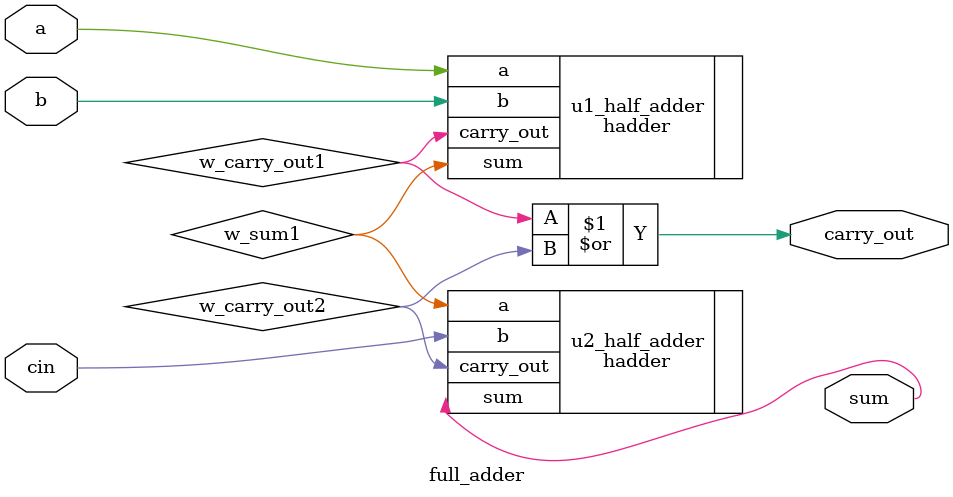
<source format=v>
`timescale 1ns / 1ps

module full_adder(a, b, cin, sum, carry_out);

    input a, b, cin;
    output sum, carry_out;

    wire w_sum1, w_sum2, w_carry_out1, w_carry_out2;

    hadder u1_half_adder(
        .a(a),
        .b(b),
        .sum(w_sum1),
        .carry_out(w_carry_out1)
    );

    hadder u2_half_adder(
        .a(w_sum1),
        .b(cin),
        .sum(sum), // sum2
        .carry_out(w_carry_out2)
    );

    //assign sum = w_sum2;
    assign carry_out = w_carry_out1 | w_carry_out2;

endmodule

</source>
